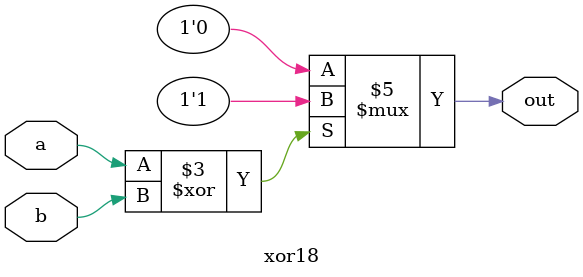
<source format=v>
module xor18 (
    input wire a,
    input wire b,
    output reg out
);

always @(*) begin
    if (a ^ b == 1'b1)
        out = 1'b1;
    else
        out = 1'b0;
end

endmodule

</source>
